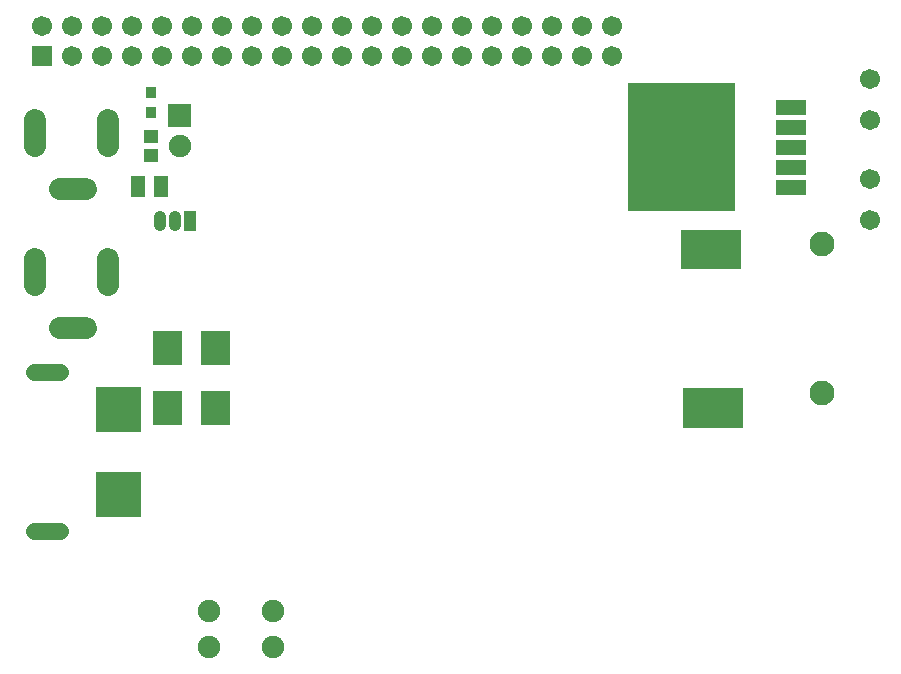
<source format=gts>
G04 Layer: TopSolderMaskLayer*
G04 EasyEDA v6.4.19.4, 2021-05-18T12:34:38--6:00*
G04 00e3982b90714801b635961d6bcae6ed,ecfdb7ac97474c2db5e1325c5a2f7ac0,10*
G04 Gerber Generator version 0.2*
G04 Scale: 100 percent, Rotated: No, Reflected: No *
G04 Dimensions in millimeters *
G04 leading zeros omitted , absolute positions ,4 integer and 5 decimal *
%FSLAX45Y45*%
%MOMM*%

%ADD36C,1.9016*%
%ADD37C,1.4032*%
%ADD38C,1.0016*%
%ADD39C,1.7016*%
%ADD44C,2.1016*%

%LPD*%
D36*
X11421262Y-1509615D02*
G01*
X11421262Y-1289616D01*
X10803763Y-1289616D02*
G01*
X10803763Y-1509615D01*
X11011542Y-1876958D02*
G01*
X11231542Y-1876958D01*
X11421262Y-328515D02*
G01*
X11421262Y-108516D01*
X10803763Y-108516D02*
G01*
X10803763Y-328515D01*
X11011542Y-695858D02*
G01*
X11231542Y-695858D01*
D37*
X10796201Y-3596004D02*
G01*
X11016200Y-3596004D01*
X10796201Y-2245995D02*
G01*
X11016200Y-2245995D01*
D38*
X11861800Y-1000201D02*
G01*
X11861800Y-930201D01*
X11988800Y-1000201D02*
G01*
X11988800Y-930201D01*
D39*
G01*
X15684500Y685800D03*
G01*
X15684500Y431800D03*
G01*
X15430500Y685800D03*
G01*
X15430500Y431800D03*
G01*
X15176500Y685800D03*
G01*
X15176500Y431800D03*
G01*
X14922500Y685800D03*
G01*
X14922500Y431800D03*
G01*
X14668500Y685800D03*
G01*
X14668500Y431800D03*
G01*
X14414500Y685800D03*
G01*
X14414500Y431800D03*
G01*
X14160500Y685800D03*
G01*
X14160500Y431800D03*
G01*
X13906500Y685800D03*
G01*
X13906500Y431800D03*
G01*
X13652500Y685800D03*
G01*
X13652500Y431800D03*
G01*
X13398500Y685800D03*
G01*
X13398500Y431800D03*
G01*
X13144500Y685800D03*
G01*
X13144500Y431800D03*
G01*
X12890500Y685800D03*
G01*
X12890500Y431800D03*
G01*
X12636500Y685800D03*
G01*
X12636500Y431800D03*
G01*
X12382500Y685800D03*
G01*
X12382500Y431800D03*
G01*
X12128500Y685800D03*
G01*
X12128500Y431800D03*
G01*
X11874500Y685800D03*
G01*
X11874500Y431800D03*
G01*
X11620500Y685800D03*
G01*
X11620500Y431800D03*
G01*
X11366500Y685800D03*
G01*
X11366500Y431800D03*
G01*
X11112500Y685800D03*
G01*
X11112500Y431800D03*
G01*
X10858500Y685800D03*
G36*
X10773409Y346710D02*
G01*
X10773409Y516889D01*
X10943590Y516889D01*
X10943590Y346710D01*
G37*
G36*
X12206224Y-2190750D02*
G01*
X12206224Y-1898650D01*
X12455652Y-1898650D01*
X12455652Y-2190750D01*
G37*
G36*
X11801347Y-2190750D02*
G01*
X11801347Y-1898650D01*
X12050775Y-1898650D01*
X12050775Y-2190750D01*
G37*
G36*
X12206224Y-2698750D02*
G01*
X12206224Y-2406650D01*
X12455652Y-2406650D01*
X12455652Y-2698750D01*
G37*
G36*
X11801347Y-2698750D02*
G01*
X11801347Y-2406650D01*
X12050775Y-2406650D01*
X12050775Y-2698750D01*
G37*
D36*
G01*
X12277597Y-4267200D03*
G01*
X12277597Y-4572000D03*
G01*
X12817602Y-4267200D03*
G01*
X12817602Y-4572000D03*
G36*
X15820390Y-885952D02*
G01*
X15820390Y200152D01*
X16729709Y200152D01*
X16729709Y-885952D01*
G37*
G36*
X17077690Y-66294D02*
G01*
X17077690Y60960D01*
X17326609Y60960D01*
X17326609Y-66294D01*
G37*
G36*
X17077690Y-236473D02*
G01*
X17077690Y-109220D01*
X17326609Y-109220D01*
X17326609Y-236473D01*
G37*
G36*
X17077690Y-576834D02*
G01*
X17077690Y-449579D01*
X17326609Y-449579D01*
X17326609Y-576834D01*
G37*
G36*
X17077690Y-406654D02*
G01*
X17077690Y-279400D01*
X17326609Y-279400D01*
X17326609Y-406654D01*
G37*
G36*
X17077690Y-747013D02*
G01*
X17077690Y-619760D01*
X17326609Y-619760D01*
X17326609Y-747013D01*
G37*
D39*
G01*
X17868900Y-962405D03*
G01*
X17868900Y-612394D03*
G01*
X17868900Y238505D03*
G01*
X17868900Y-111505D03*
D44*
G01*
X17462500Y-1160703D03*
G01*
X17462500Y-2420696D03*
G36*
X16290290Y-2717292D02*
G01*
X16290290Y-2382012D01*
X16800575Y-2382012D01*
X16800575Y-2717292D01*
G37*
G36*
X16270224Y-1377187D02*
G01*
X16270224Y-1041907D01*
X16780509Y-1041907D01*
X16780509Y-1377187D01*
G37*
G36*
X11316208Y-3471163D02*
G01*
X11316208Y-3090926D01*
X11696445Y-3090926D01*
X11696445Y-3471163D01*
G37*
G36*
X11315954Y-2751073D02*
G01*
X11315954Y-2370836D01*
X11696445Y-2370836D01*
X11696445Y-2751073D01*
G37*
G36*
X11931904Y-171195D02*
G01*
X11931904Y18795D01*
X12121895Y18795D01*
X12121895Y-171195D01*
G37*
D36*
G01*
X12026900Y-330200D03*
G36*
X11740641Y-93218D02*
G01*
X11740641Y-3047D01*
X11830558Y-3047D01*
X11830558Y-93218D01*
G37*
G36*
X11740641Y76962D02*
G01*
X11740641Y167131D01*
X11830558Y167131D01*
X11830558Y76962D01*
G37*
G36*
X12065761Y-1050289D02*
G01*
X12065761Y-880110D01*
X12165838Y-880110D01*
X12165838Y-1050289D01*
G37*
G36*
X11612625Y-760729D02*
G01*
X11612625Y-585470D01*
X11733022Y-585470D01*
X11733022Y-760729D01*
G37*
G36*
X11812777Y-760729D02*
G01*
X11812777Y-585470D01*
X11933174Y-585470D01*
X11933174Y-760729D01*
G37*
G36*
X11725402Y-305307D02*
G01*
X11725402Y-195071D01*
X11845797Y-195071D01*
X11845797Y-305307D01*
G37*
G36*
X11725402Y-465328D02*
G01*
X11725402Y-355092D01*
X11845797Y-355092D01*
X11845797Y-465328D01*
G37*
M02*

</source>
